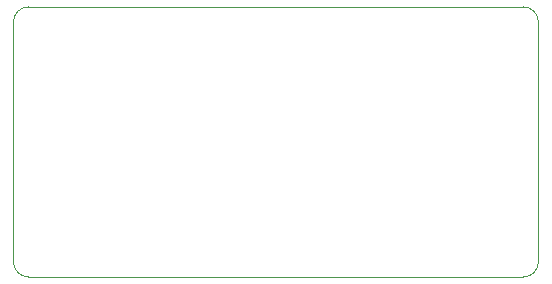
<source format=gbr>
%TF.GenerationSoftware,KiCad,Pcbnew,7.0.11*%
%TF.CreationDate,2024-03-05T22:51:16-06:00*%
%TF.ProjectId,moistureSensorShield,6d6f6973-7475-4726-9553-656e736f7253,0*%
%TF.SameCoordinates,Original*%
%TF.FileFunction,Profile,NP*%
%FSLAX46Y46*%
G04 Gerber Fmt 4.6, Leading zero omitted, Abs format (unit mm)*
G04 Created by KiCad (PCBNEW 7.0.11) date 2024-03-05 22:51:16*
%MOMM*%
%LPD*%
G01*
G04 APERTURE LIST*
%TA.AperFunction,Profile*%
%ADD10C,0.050000*%
%TD*%
G04 APERTURE END LIST*
D10*
X196850000Y-100330000D02*
X196850000Y-80010000D01*
X153670000Y-101600000D02*
X195580000Y-101600000D01*
X152400000Y-100330000D02*
X152400000Y-80010000D01*
X195580000Y-78740000D02*
X153670000Y-78740000D01*
X152400000Y-100330000D02*
G75*
G03*
X153670000Y-101600000I1270000J0D01*
G01*
X153670000Y-78740000D02*
G75*
G03*
X152400000Y-80010000I0J-1270000D01*
G01*
X196850000Y-80010000D02*
G75*
G03*
X195580000Y-78740000I-1270000J0D01*
G01*
X195580000Y-101600000D02*
G75*
G03*
X196850000Y-100330000I0J1270000D01*
G01*
M02*

</source>
